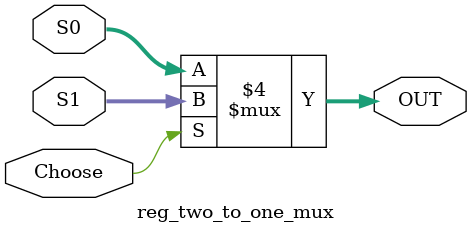
<source format=sv>
module reg_two_to_one_mux(input logic Choose, 
						input logic [2:0] S0, S1,
						output logic [2:0] OUT);
						
//Choose = 0 => S0
//Choose = 1 => S1

	always_comb
	begin
		if (Choose == 0)
		begin
		OUT = S0;
		end
	
		else
		begin
		OUT = S1;
		end		
	end	

endmodule

</source>
